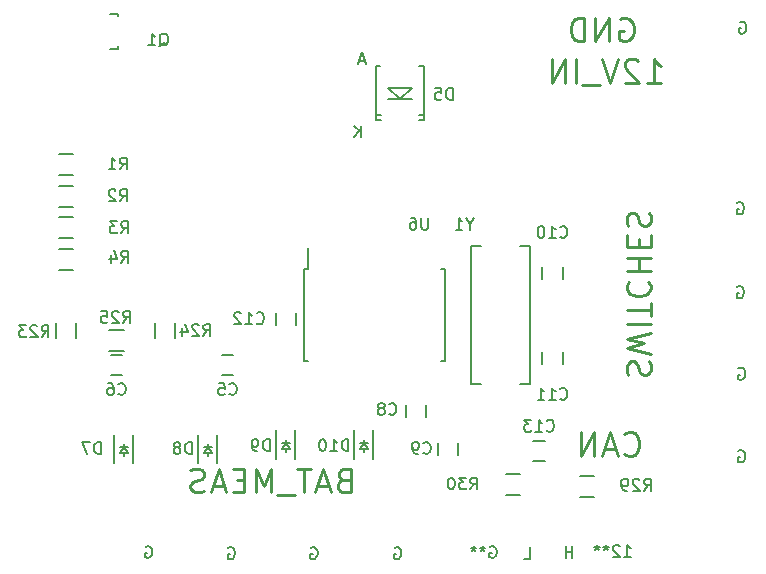
<source format=gbo>
G04 #@! TF.FileFunction,Legend,Bot*
%FSLAX46Y46*%
G04 Gerber Fmt 4.6, Leading zero omitted, Abs format (unit mm)*
G04 Created by KiCad (PCBNEW (2015-06-25 BZR 5821)-product) date Thu 25 Jun 2015 01:48:58 PM EDT*
%MOMM*%
G01*
G04 APERTURE LIST*
%ADD10C,0.200000*%
%ADD11C,0.250000*%
%ADD12C,0.150000*%
G04 APERTURE END LIST*
D10*
X42338095Y-75100000D02*
X42433333Y-75052381D01*
X42576190Y-75052381D01*
X42719048Y-75100000D01*
X42814286Y-75195238D01*
X42861905Y-75290476D01*
X42909524Y-75480952D01*
X42909524Y-75623810D01*
X42861905Y-75814286D01*
X42814286Y-75909524D01*
X42719048Y-76004762D01*
X42576190Y-76052381D01*
X42480952Y-76052381D01*
X42338095Y-76004762D01*
X42290476Y-75957143D01*
X42290476Y-75623810D01*
X42480952Y-75623810D01*
X49338095Y-75200000D02*
X49433333Y-75152381D01*
X49576190Y-75152381D01*
X49719048Y-75200000D01*
X49814286Y-75295238D01*
X49861905Y-75390476D01*
X49909524Y-75580952D01*
X49909524Y-75723810D01*
X49861905Y-75914286D01*
X49814286Y-76009524D01*
X49719048Y-76104762D01*
X49576190Y-76152381D01*
X49480952Y-76152381D01*
X49338095Y-76104762D01*
X49290476Y-76057143D01*
X49290476Y-75723810D01*
X49480952Y-75723810D01*
X56338095Y-75200000D02*
X56433333Y-75152381D01*
X56576190Y-75152381D01*
X56719048Y-75200000D01*
X56814286Y-75295238D01*
X56861905Y-75390476D01*
X56909524Y-75580952D01*
X56909524Y-75723810D01*
X56861905Y-75914286D01*
X56814286Y-76009524D01*
X56719048Y-76104762D01*
X56576190Y-76152381D01*
X56480952Y-76152381D01*
X56338095Y-76104762D01*
X56290476Y-76057143D01*
X56290476Y-75723810D01*
X56480952Y-75723810D01*
X63438095Y-75200000D02*
X63533333Y-75152381D01*
X63676190Y-75152381D01*
X63819048Y-75200000D01*
X63914286Y-75295238D01*
X63961905Y-75390476D01*
X64009524Y-75580952D01*
X64009524Y-75723810D01*
X63961905Y-75914286D01*
X63914286Y-76009524D01*
X63819048Y-76104762D01*
X63676190Y-76152381D01*
X63580952Y-76152381D01*
X63438095Y-76104762D01*
X63390476Y-76057143D01*
X63390476Y-75723810D01*
X63580952Y-75723810D01*
X82852381Y-75952381D02*
X83423810Y-75952381D01*
X83138096Y-75952381D02*
X83138096Y-74952381D01*
X83233334Y-75095238D01*
X83328572Y-75190476D01*
X83423810Y-75238095D01*
X82471429Y-75047619D02*
X82423810Y-75000000D01*
X82328572Y-74952381D01*
X82090476Y-74952381D01*
X81995238Y-75000000D01*
X81947619Y-75047619D01*
X81900000Y-75142857D01*
X81900000Y-75238095D01*
X81947619Y-75380952D01*
X82519048Y-75952381D01*
X81900000Y-75952381D01*
X81328572Y-74952381D02*
X81328572Y-75190476D01*
X81566667Y-75095238D02*
X81328572Y-75190476D01*
X81090476Y-75095238D01*
X81471429Y-75380952D02*
X81328572Y-75190476D01*
X81185714Y-75380952D01*
X80566667Y-74952381D02*
X80566667Y-75190476D01*
X80804762Y-75095238D02*
X80566667Y-75190476D01*
X80328571Y-75095238D01*
X80709524Y-75380952D02*
X80566667Y-75190476D01*
X80423809Y-75380952D01*
X78485714Y-76052381D02*
X78485714Y-75052381D01*
X78485714Y-75528571D02*
X77914285Y-75528571D01*
X77914285Y-76052381D02*
X77914285Y-75052381D01*
X74390476Y-76152381D02*
X74866667Y-76152381D01*
X74866667Y-75152381D01*
X71500000Y-75100000D02*
X71595238Y-75052381D01*
X71738095Y-75052381D01*
X71880953Y-75100000D01*
X71976191Y-75195238D01*
X72023810Y-75290476D01*
X72071429Y-75480952D01*
X72071429Y-75623810D01*
X72023810Y-75814286D01*
X71976191Y-75909524D01*
X71880953Y-76004762D01*
X71738095Y-76052381D01*
X71642857Y-76052381D01*
X71500000Y-76004762D01*
X71452381Y-75957143D01*
X71452381Y-75623810D01*
X71642857Y-75623810D01*
X70880953Y-75052381D02*
X70880953Y-75290476D01*
X71119048Y-75195238D02*
X70880953Y-75290476D01*
X70642857Y-75195238D01*
X71023810Y-75480952D02*
X70880953Y-75290476D01*
X70738095Y-75480952D01*
X70119048Y-75052381D02*
X70119048Y-75290476D01*
X70357143Y-75195238D02*
X70119048Y-75290476D01*
X69880952Y-75195238D01*
X70261905Y-75480952D02*
X70119048Y-75290476D01*
X69976190Y-75480952D01*
X92538095Y-67000000D02*
X92633333Y-66952381D01*
X92776190Y-66952381D01*
X92919048Y-67000000D01*
X93014286Y-67095238D01*
X93061905Y-67190476D01*
X93109524Y-67380952D01*
X93109524Y-67523810D01*
X93061905Y-67714286D01*
X93014286Y-67809524D01*
X92919048Y-67904762D01*
X92776190Y-67952381D01*
X92680952Y-67952381D01*
X92538095Y-67904762D01*
X92490476Y-67857143D01*
X92490476Y-67523810D01*
X92680952Y-67523810D01*
X92538095Y-60000000D02*
X92633333Y-59952381D01*
X92776190Y-59952381D01*
X92919048Y-60000000D01*
X93014286Y-60095238D01*
X93061905Y-60190476D01*
X93109524Y-60380952D01*
X93109524Y-60523810D01*
X93061905Y-60714286D01*
X93014286Y-60809524D01*
X92919048Y-60904762D01*
X92776190Y-60952381D01*
X92680952Y-60952381D01*
X92538095Y-60904762D01*
X92490476Y-60857143D01*
X92490476Y-60523810D01*
X92680952Y-60523810D01*
X92438095Y-53100000D02*
X92533333Y-53052381D01*
X92676190Y-53052381D01*
X92819048Y-53100000D01*
X92914286Y-53195238D01*
X92961905Y-53290476D01*
X93009524Y-53480952D01*
X93009524Y-53623810D01*
X92961905Y-53814286D01*
X92914286Y-53909524D01*
X92819048Y-54004762D01*
X92676190Y-54052381D01*
X92580952Y-54052381D01*
X92438095Y-54004762D01*
X92390476Y-53957143D01*
X92390476Y-53623810D01*
X92580952Y-53623810D01*
X92438095Y-46000000D02*
X92533333Y-45952381D01*
X92676190Y-45952381D01*
X92819048Y-46000000D01*
X92914286Y-46095238D01*
X92961905Y-46190476D01*
X93009524Y-46380952D01*
X93009524Y-46523810D01*
X92961905Y-46714286D01*
X92914286Y-46809524D01*
X92819048Y-46904762D01*
X92676190Y-46952381D01*
X92580952Y-46952381D01*
X92438095Y-46904762D01*
X92390476Y-46857143D01*
X92390476Y-46523810D01*
X92580952Y-46523810D01*
X92638095Y-30700000D02*
X92733333Y-30652381D01*
X92876190Y-30652381D01*
X93019048Y-30700000D01*
X93114286Y-30795238D01*
X93161905Y-30890476D01*
X93209524Y-31080952D01*
X93209524Y-31223810D01*
X93161905Y-31414286D01*
X93114286Y-31509524D01*
X93019048Y-31604762D01*
X92876190Y-31652381D01*
X92780952Y-31652381D01*
X92638095Y-31604762D01*
X92590476Y-31557143D01*
X92590476Y-31223810D01*
X92780952Y-31223810D01*
D11*
X82523809Y-30400000D02*
X82714286Y-30304762D01*
X83000000Y-30304762D01*
X83285714Y-30400000D01*
X83476190Y-30590476D01*
X83571429Y-30780952D01*
X83666667Y-31161905D01*
X83666667Y-31447619D01*
X83571429Y-31828571D01*
X83476190Y-32019048D01*
X83285714Y-32209524D01*
X83000000Y-32304762D01*
X82809524Y-32304762D01*
X82523809Y-32209524D01*
X82428571Y-32114286D01*
X82428571Y-31447619D01*
X82809524Y-31447619D01*
X81571429Y-32304762D02*
X81571429Y-30304762D01*
X80428571Y-32304762D01*
X80428571Y-30304762D01*
X79476191Y-32304762D02*
X79476191Y-30304762D01*
X79000000Y-30304762D01*
X78714286Y-30400000D01*
X78523810Y-30590476D01*
X78428571Y-30780952D01*
X78333333Y-31161905D01*
X78333333Y-31447619D01*
X78428571Y-31828571D01*
X78523810Y-32019048D01*
X78714286Y-32209524D01*
X79000000Y-32304762D01*
X79476191Y-32304762D01*
X84823809Y-35804762D02*
X85966667Y-35804762D01*
X85395238Y-35804762D02*
X85395238Y-33804762D01*
X85585714Y-34090476D01*
X85776190Y-34280952D01*
X85966667Y-34376190D01*
X84061905Y-33995238D02*
X83966667Y-33900000D01*
X83776190Y-33804762D01*
X83300000Y-33804762D01*
X83109524Y-33900000D01*
X83014286Y-33995238D01*
X82919047Y-34185714D01*
X82919047Y-34376190D01*
X83014286Y-34661905D01*
X84157143Y-35804762D01*
X82919047Y-35804762D01*
X82347619Y-33804762D02*
X81680952Y-35804762D01*
X81014285Y-33804762D01*
X80823809Y-35995238D02*
X79299999Y-35995238D01*
X78823809Y-35804762D02*
X78823809Y-33804762D01*
X77871428Y-35804762D02*
X77871428Y-33804762D01*
X76728570Y-35804762D01*
X76728570Y-33804762D01*
X83190476Y-60557143D02*
X83095238Y-60271428D01*
X83095238Y-59795238D01*
X83190476Y-59604762D01*
X83285714Y-59509524D01*
X83476190Y-59414285D01*
X83666667Y-59414285D01*
X83857143Y-59509524D01*
X83952381Y-59604762D01*
X84047619Y-59795238D01*
X84142857Y-60176190D01*
X84238095Y-60366666D01*
X84333333Y-60461905D01*
X84523810Y-60557143D01*
X84714286Y-60557143D01*
X84904762Y-60461905D01*
X85000000Y-60366666D01*
X85095238Y-60176190D01*
X85095238Y-59700000D01*
X85000000Y-59414285D01*
X85095238Y-58747619D02*
X83095238Y-58271428D01*
X84523810Y-57890476D01*
X83095238Y-57509523D01*
X85095238Y-57033333D01*
X83095238Y-56271429D02*
X85095238Y-56271429D01*
X85095238Y-55604762D02*
X85095238Y-54461905D01*
X83095238Y-55033333D02*
X85095238Y-55033333D01*
X83285714Y-52652380D02*
X83190476Y-52747618D01*
X83095238Y-53033333D01*
X83095238Y-53223809D01*
X83190476Y-53509523D01*
X83380952Y-53699999D01*
X83571429Y-53795238D01*
X83952381Y-53890476D01*
X84238095Y-53890476D01*
X84619048Y-53795238D01*
X84809524Y-53699999D01*
X85000000Y-53509523D01*
X85095238Y-53223809D01*
X85095238Y-53033333D01*
X85000000Y-52747618D01*
X84904762Y-52652380D01*
X83095238Y-51795238D02*
X85095238Y-51795238D01*
X84142857Y-51795238D02*
X84142857Y-50652380D01*
X83095238Y-50652380D02*
X85095238Y-50652380D01*
X84142857Y-49700000D02*
X84142857Y-49033333D01*
X83095238Y-48747619D02*
X83095238Y-49700000D01*
X85095238Y-49700000D01*
X85095238Y-48747619D01*
X83190476Y-47985714D02*
X83095238Y-47699999D01*
X83095238Y-47223809D01*
X83190476Y-47033333D01*
X83285714Y-46938095D01*
X83476190Y-46842856D01*
X83666667Y-46842856D01*
X83857143Y-46938095D01*
X83952381Y-47033333D01*
X84047619Y-47223809D01*
X84142857Y-47604761D01*
X84238095Y-47795237D01*
X84333333Y-47890476D01*
X84523810Y-47985714D01*
X84714286Y-47985714D01*
X84904762Y-47890476D01*
X85000000Y-47795237D01*
X85095238Y-47604761D01*
X85095238Y-47128571D01*
X85000000Y-46842856D01*
X82885714Y-67214286D02*
X82980952Y-67309524D01*
X83266667Y-67404762D01*
X83457143Y-67404762D01*
X83742857Y-67309524D01*
X83933333Y-67119048D01*
X84028572Y-66928571D01*
X84123810Y-66547619D01*
X84123810Y-66261905D01*
X84028572Y-65880952D01*
X83933333Y-65690476D01*
X83742857Y-65500000D01*
X83457143Y-65404762D01*
X83266667Y-65404762D01*
X82980952Y-65500000D01*
X82885714Y-65595238D01*
X82123810Y-66833333D02*
X81171429Y-66833333D01*
X82314286Y-67404762D02*
X81647619Y-65404762D01*
X80980952Y-67404762D01*
X80314286Y-67404762D02*
X80314286Y-65404762D01*
X79171428Y-67404762D01*
X79171428Y-65404762D01*
X59095239Y-69457143D02*
X58809525Y-69552381D01*
X58714286Y-69647619D01*
X58619048Y-69838095D01*
X58619048Y-70123810D01*
X58714286Y-70314286D01*
X58809525Y-70409524D01*
X59000001Y-70504762D01*
X59761906Y-70504762D01*
X59761906Y-68504762D01*
X59095239Y-68504762D01*
X58904763Y-68600000D01*
X58809525Y-68695238D01*
X58714286Y-68885714D01*
X58714286Y-69076190D01*
X58809525Y-69266667D01*
X58904763Y-69361905D01*
X59095239Y-69457143D01*
X59761906Y-69457143D01*
X57857144Y-69933333D02*
X56904763Y-69933333D01*
X58047620Y-70504762D02*
X57380953Y-68504762D01*
X56714286Y-70504762D01*
X56333334Y-68504762D02*
X55190477Y-68504762D01*
X55761905Y-70504762D02*
X55761905Y-68504762D01*
X55000000Y-70695238D02*
X53476190Y-70695238D01*
X53000000Y-70504762D02*
X53000000Y-68504762D01*
X52333333Y-69933333D01*
X51666666Y-68504762D01*
X51666666Y-70504762D01*
X50714286Y-69457143D02*
X50047619Y-69457143D01*
X49761905Y-70504762D02*
X50714286Y-70504762D01*
X50714286Y-68504762D01*
X49761905Y-68504762D01*
X49000000Y-69933333D02*
X48047619Y-69933333D01*
X49190476Y-70504762D02*
X48523809Y-68504762D01*
X47857142Y-70504762D01*
X47285714Y-70409524D02*
X46999999Y-70504762D01*
X46523809Y-70504762D01*
X46333333Y-70409524D01*
X46238095Y-70314286D01*
X46142856Y-70123810D01*
X46142856Y-69933333D01*
X46238095Y-69742857D01*
X46333333Y-69647619D01*
X46523809Y-69552381D01*
X46904761Y-69457143D01*
X47095237Y-69361905D01*
X47190476Y-69266667D01*
X47285714Y-69076190D01*
X47285714Y-68885714D01*
X47190476Y-68695238D01*
X47095237Y-68600000D01*
X46904761Y-68504762D01*
X46428571Y-68504762D01*
X46142856Y-68600000D01*
D12*
X80309000Y-69102000D02*
X79109000Y-69102000D01*
X79109000Y-70852000D02*
X80309000Y-70852000D01*
X74053000Y-68975000D02*
X72853000Y-68975000D01*
X72853000Y-70725000D02*
X74053000Y-70725000D01*
X55772000Y-51624000D02*
X56117000Y-51624000D01*
X55772000Y-59374000D02*
X56117000Y-59374000D01*
X67672000Y-59374000D02*
X67327000Y-59374000D01*
X67672000Y-51624000D02*
X67327000Y-51624000D01*
X55772000Y-51624000D02*
X55772000Y-59374000D01*
X67672000Y-51624000D02*
X67672000Y-59374000D01*
X56117000Y-51624000D02*
X56117000Y-49799000D01*
X75950000Y-52400000D02*
X75950000Y-51400000D01*
X77650000Y-51400000D02*
X77650000Y-52400000D01*
X49776000Y-60540000D02*
X48776000Y-60540000D01*
X48776000Y-58840000D02*
X49776000Y-58840000D01*
X40378000Y-60540000D02*
X39378000Y-60540000D01*
X39378000Y-58840000D02*
X40378000Y-58840000D01*
X64428000Y-64127000D02*
X64428000Y-63127000D01*
X66128000Y-63127000D02*
X66128000Y-64127000D01*
X68795000Y-66302000D02*
X68795000Y-67302000D01*
X67095000Y-67302000D02*
X67095000Y-66302000D01*
X77650000Y-58600000D02*
X77650000Y-59600000D01*
X75950000Y-59600000D02*
X75950000Y-58600000D01*
X55050000Y-55350000D02*
X55050000Y-56350000D01*
X53350000Y-56350000D02*
X53350000Y-55350000D01*
X75150000Y-66150000D02*
X76150000Y-66150000D01*
X76150000Y-67850000D02*
X75150000Y-67850000D01*
X63881000Y-37152580D02*
X64881760Y-36304220D01*
X64881760Y-36304220D02*
X62880240Y-36304220D01*
X62880240Y-36304220D02*
X63881000Y-37152580D01*
X63881000Y-37152580D02*
X62880240Y-37152580D01*
X63881000Y-37152580D02*
X64881760Y-37152580D01*
X62081000Y-39009320D02*
X62280800Y-39009320D01*
X62081000Y-38552280D02*
X62280000Y-38552280D01*
X62081000Y-34401760D02*
X62230000Y-34401760D01*
X65681000Y-39004240D02*
X65532000Y-39004240D01*
X65681000Y-38552280D02*
X65532000Y-38552280D01*
X65681000Y-34401760D02*
X65532000Y-34401760D01*
X61932020Y-38552280D02*
X62130140Y-38552280D01*
X65879980Y-38552280D02*
X65681860Y-38552280D01*
X61884560Y-34406840D02*
X62082680Y-34406840D01*
X61884560Y-39009320D02*
X61884560Y-34406840D01*
X61884560Y-39009320D02*
X62082680Y-39009320D01*
X65879980Y-39004240D02*
X65681860Y-39004240D01*
X65879980Y-39004240D02*
X65879980Y-34401760D01*
X65879980Y-34401760D02*
X65681860Y-34401760D01*
X40513000Y-67179000D02*
X40513000Y-67429000D01*
X40513000Y-66679000D02*
X40513000Y-66429000D01*
X40513000Y-66679000D02*
X40163000Y-67179000D01*
X40163000Y-67179000D02*
X40863000Y-67179000D01*
X40863000Y-67179000D02*
X40513000Y-66679000D01*
X40163000Y-66679000D02*
X40863000Y-66679000D01*
X41313000Y-65629000D02*
X41313000Y-68029000D01*
X39713000Y-65629000D02*
X39713000Y-68029000D01*
X47625000Y-67179000D02*
X47625000Y-67429000D01*
X47625000Y-66679000D02*
X47625000Y-66429000D01*
X47625000Y-66679000D02*
X47275000Y-67179000D01*
X47275000Y-67179000D02*
X47975000Y-67179000D01*
X47975000Y-67179000D02*
X47625000Y-66679000D01*
X47275000Y-66679000D02*
X47975000Y-66679000D01*
X48425000Y-65629000D02*
X48425000Y-68029000D01*
X46825000Y-65629000D02*
X46825000Y-68029000D01*
X54229000Y-66798000D02*
X54229000Y-67048000D01*
X54229000Y-66298000D02*
X54229000Y-66048000D01*
X54229000Y-66298000D02*
X53879000Y-66798000D01*
X53879000Y-66798000D02*
X54579000Y-66798000D01*
X54579000Y-66798000D02*
X54229000Y-66298000D01*
X53879000Y-66298000D02*
X54579000Y-66298000D01*
X55029000Y-65248000D02*
X55029000Y-67648000D01*
X53429000Y-65248000D02*
X53429000Y-67648000D01*
X60833000Y-66798000D02*
X60833000Y-67048000D01*
X60833000Y-66298000D02*
X60833000Y-66048000D01*
X60833000Y-66298000D02*
X60483000Y-66798000D01*
X60483000Y-66798000D02*
X61183000Y-66798000D01*
X61183000Y-66798000D02*
X60833000Y-66298000D01*
X60483000Y-66298000D02*
X61183000Y-66298000D01*
X61633000Y-65248000D02*
X61633000Y-67648000D01*
X60033000Y-65248000D02*
X60033000Y-67648000D01*
X39319200Y-32995820D02*
X40020240Y-32995820D01*
X40020240Y-32995820D02*
X40020240Y-32746900D01*
X40020240Y-30196840D02*
X40020240Y-29996180D01*
X40020240Y-29996180D02*
X39319200Y-29996180D01*
X36181000Y-41883000D02*
X34981000Y-41883000D01*
X34981000Y-43633000D02*
X36181000Y-43633000D01*
X36181000Y-44550000D02*
X34981000Y-44550000D01*
X34981000Y-46300000D02*
X36181000Y-46300000D01*
X36181000Y-47217000D02*
X34981000Y-47217000D01*
X34981000Y-48967000D02*
X36181000Y-48967000D01*
X36200000Y-49925000D02*
X35000000Y-49925000D01*
X35000000Y-51675000D02*
X36200000Y-51675000D01*
X36475000Y-57400000D02*
X36475000Y-56200000D01*
X34725000Y-56200000D02*
X34725000Y-57400000D01*
X44875000Y-57400000D02*
X44875000Y-56200000D01*
X43125000Y-56200000D02*
X43125000Y-57400000D01*
X40478000Y-56783000D02*
X39278000Y-56783000D01*
X39278000Y-58533000D02*
X40478000Y-58533000D01*
X74889360Y-49649380D02*
X74889360Y-61348620D01*
X69890640Y-61348620D02*
X69890640Y-49649380D01*
X74889360Y-61348620D02*
X74041000Y-61348620D01*
X69890640Y-61348620D02*
X70739000Y-61348620D01*
X74889360Y-49649380D02*
X74041000Y-49649380D01*
X69890640Y-49649380D02*
X70739000Y-49649380D01*
X84542857Y-70352381D02*
X84876191Y-69876190D01*
X85114286Y-70352381D02*
X85114286Y-69352381D01*
X84733333Y-69352381D01*
X84638095Y-69400000D01*
X84590476Y-69447619D01*
X84542857Y-69542857D01*
X84542857Y-69685714D01*
X84590476Y-69780952D01*
X84638095Y-69828571D01*
X84733333Y-69876190D01*
X85114286Y-69876190D01*
X84161905Y-69447619D02*
X84114286Y-69400000D01*
X84019048Y-69352381D01*
X83780952Y-69352381D01*
X83685714Y-69400000D01*
X83638095Y-69447619D01*
X83590476Y-69542857D01*
X83590476Y-69638095D01*
X83638095Y-69780952D01*
X84209524Y-70352381D01*
X83590476Y-70352381D01*
X83114286Y-70352381D02*
X82923810Y-70352381D01*
X82828571Y-70304762D01*
X82780952Y-70257143D01*
X82685714Y-70114286D01*
X82638095Y-69923810D01*
X82638095Y-69542857D01*
X82685714Y-69447619D01*
X82733333Y-69400000D01*
X82828571Y-69352381D01*
X83019048Y-69352381D01*
X83114286Y-69400000D01*
X83161905Y-69447619D01*
X83209524Y-69542857D01*
X83209524Y-69780952D01*
X83161905Y-69876190D01*
X83114286Y-69923810D01*
X83019048Y-69971429D01*
X82828571Y-69971429D01*
X82733333Y-69923810D01*
X82685714Y-69876190D01*
X82638095Y-69780952D01*
X69842857Y-70252381D02*
X70176191Y-69776190D01*
X70414286Y-70252381D02*
X70414286Y-69252381D01*
X70033333Y-69252381D01*
X69938095Y-69300000D01*
X69890476Y-69347619D01*
X69842857Y-69442857D01*
X69842857Y-69585714D01*
X69890476Y-69680952D01*
X69938095Y-69728571D01*
X70033333Y-69776190D01*
X70414286Y-69776190D01*
X69509524Y-69252381D02*
X68890476Y-69252381D01*
X69223810Y-69633333D01*
X69080952Y-69633333D01*
X68985714Y-69680952D01*
X68938095Y-69728571D01*
X68890476Y-69823810D01*
X68890476Y-70061905D01*
X68938095Y-70157143D01*
X68985714Y-70204762D01*
X69080952Y-70252381D01*
X69366667Y-70252381D01*
X69461905Y-70204762D01*
X69509524Y-70157143D01*
X68271429Y-69252381D02*
X68176190Y-69252381D01*
X68080952Y-69300000D01*
X68033333Y-69347619D01*
X67985714Y-69442857D01*
X67938095Y-69633333D01*
X67938095Y-69871429D01*
X67985714Y-70061905D01*
X68033333Y-70157143D01*
X68080952Y-70204762D01*
X68176190Y-70252381D01*
X68271429Y-70252381D01*
X68366667Y-70204762D01*
X68414286Y-70157143D01*
X68461905Y-70061905D01*
X68509524Y-69871429D01*
X68509524Y-69633333D01*
X68461905Y-69442857D01*
X68414286Y-69347619D01*
X68366667Y-69300000D01*
X68271429Y-69252381D01*
X66261905Y-47252381D02*
X66261905Y-48061905D01*
X66214286Y-48157143D01*
X66166667Y-48204762D01*
X66071429Y-48252381D01*
X65880952Y-48252381D01*
X65785714Y-48204762D01*
X65738095Y-48157143D01*
X65690476Y-48061905D01*
X65690476Y-47252381D01*
X64785714Y-47252381D02*
X64976191Y-47252381D01*
X65071429Y-47300000D01*
X65119048Y-47347619D01*
X65214286Y-47490476D01*
X65261905Y-47680952D01*
X65261905Y-48061905D01*
X65214286Y-48157143D01*
X65166667Y-48204762D01*
X65071429Y-48252381D01*
X64880952Y-48252381D01*
X64785714Y-48204762D01*
X64738095Y-48157143D01*
X64690476Y-48061905D01*
X64690476Y-47823810D01*
X64738095Y-47728571D01*
X64785714Y-47680952D01*
X64880952Y-47633333D01*
X65071429Y-47633333D01*
X65166667Y-47680952D01*
X65214286Y-47728571D01*
X65261905Y-47823810D01*
X77442857Y-48857143D02*
X77490476Y-48904762D01*
X77633333Y-48952381D01*
X77728571Y-48952381D01*
X77871429Y-48904762D01*
X77966667Y-48809524D01*
X78014286Y-48714286D01*
X78061905Y-48523810D01*
X78061905Y-48380952D01*
X78014286Y-48190476D01*
X77966667Y-48095238D01*
X77871429Y-48000000D01*
X77728571Y-47952381D01*
X77633333Y-47952381D01*
X77490476Y-48000000D01*
X77442857Y-48047619D01*
X76490476Y-48952381D02*
X77061905Y-48952381D01*
X76776191Y-48952381D02*
X76776191Y-47952381D01*
X76871429Y-48095238D01*
X76966667Y-48190476D01*
X77061905Y-48238095D01*
X75871429Y-47952381D02*
X75776190Y-47952381D01*
X75680952Y-48000000D01*
X75633333Y-48047619D01*
X75585714Y-48142857D01*
X75538095Y-48333333D01*
X75538095Y-48571429D01*
X75585714Y-48761905D01*
X75633333Y-48857143D01*
X75680952Y-48904762D01*
X75776190Y-48952381D01*
X75871429Y-48952381D01*
X75966667Y-48904762D01*
X76014286Y-48857143D01*
X76061905Y-48761905D01*
X76109524Y-48571429D01*
X76109524Y-48333333D01*
X76061905Y-48142857D01*
X76014286Y-48047619D01*
X75966667Y-48000000D01*
X75871429Y-47952381D01*
X49442666Y-62147143D02*
X49490285Y-62194762D01*
X49633142Y-62242381D01*
X49728380Y-62242381D01*
X49871238Y-62194762D01*
X49966476Y-62099524D01*
X50014095Y-62004286D01*
X50061714Y-61813810D01*
X50061714Y-61670952D01*
X50014095Y-61480476D01*
X49966476Y-61385238D01*
X49871238Y-61290000D01*
X49728380Y-61242381D01*
X49633142Y-61242381D01*
X49490285Y-61290000D01*
X49442666Y-61337619D01*
X48537904Y-61242381D02*
X49014095Y-61242381D01*
X49061714Y-61718571D01*
X49014095Y-61670952D01*
X48918857Y-61623333D01*
X48680761Y-61623333D01*
X48585523Y-61670952D01*
X48537904Y-61718571D01*
X48490285Y-61813810D01*
X48490285Y-62051905D01*
X48537904Y-62147143D01*
X48585523Y-62194762D01*
X48680761Y-62242381D01*
X48918857Y-62242381D01*
X49014095Y-62194762D01*
X49061714Y-62147143D01*
X40044666Y-62147143D02*
X40092285Y-62194762D01*
X40235142Y-62242381D01*
X40330380Y-62242381D01*
X40473238Y-62194762D01*
X40568476Y-62099524D01*
X40616095Y-62004286D01*
X40663714Y-61813810D01*
X40663714Y-61670952D01*
X40616095Y-61480476D01*
X40568476Y-61385238D01*
X40473238Y-61290000D01*
X40330380Y-61242381D01*
X40235142Y-61242381D01*
X40092285Y-61290000D01*
X40044666Y-61337619D01*
X39187523Y-61242381D02*
X39378000Y-61242381D01*
X39473238Y-61290000D01*
X39520857Y-61337619D01*
X39616095Y-61480476D01*
X39663714Y-61670952D01*
X39663714Y-62051905D01*
X39616095Y-62147143D01*
X39568476Y-62194762D01*
X39473238Y-62242381D01*
X39282761Y-62242381D01*
X39187523Y-62194762D01*
X39139904Y-62147143D01*
X39092285Y-62051905D01*
X39092285Y-61813810D01*
X39139904Y-61718571D01*
X39187523Y-61670952D01*
X39282761Y-61623333D01*
X39473238Y-61623333D01*
X39568476Y-61670952D01*
X39616095Y-61718571D01*
X39663714Y-61813810D01*
X62966666Y-63857143D02*
X63014285Y-63904762D01*
X63157142Y-63952381D01*
X63252380Y-63952381D01*
X63395238Y-63904762D01*
X63490476Y-63809524D01*
X63538095Y-63714286D01*
X63585714Y-63523810D01*
X63585714Y-63380952D01*
X63538095Y-63190476D01*
X63490476Y-63095238D01*
X63395238Y-63000000D01*
X63252380Y-62952381D01*
X63157142Y-62952381D01*
X63014285Y-63000000D01*
X62966666Y-63047619D01*
X62395238Y-63380952D02*
X62490476Y-63333333D01*
X62538095Y-63285714D01*
X62585714Y-63190476D01*
X62585714Y-63142857D01*
X62538095Y-63047619D01*
X62490476Y-63000000D01*
X62395238Y-62952381D01*
X62204761Y-62952381D01*
X62109523Y-63000000D01*
X62061904Y-63047619D01*
X62014285Y-63142857D01*
X62014285Y-63190476D01*
X62061904Y-63285714D01*
X62109523Y-63333333D01*
X62204761Y-63380952D01*
X62395238Y-63380952D01*
X62490476Y-63428571D01*
X62538095Y-63476190D01*
X62585714Y-63571429D01*
X62585714Y-63761905D01*
X62538095Y-63857143D01*
X62490476Y-63904762D01*
X62395238Y-63952381D01*
X62204761Y-63952381D01*
X62109523Y-63904762D01*
X62061904Y-63857143D01*
X62014285Y-63761905D01*
X62014285Y-63571429D01*
X62061904Y-63476190D01*
X62109523Y-63428571D01*
X62204761Y-63380952D01*
X65866666Y-67157143D02*
X65914285Y-67204762D01*
X66057142Y-67252381D01*
X66152380Y-67252381D01*
X66295238Y-67204762D01*
X66390476Y-67109524D01*
X66438095Y-67014286D01*
X66485714Y-66823810D01*
X66485714Y-66680952D01*
X66438095Y-66490476D01*
X66390476Y-66395238D01*
X66295238Y-66300000D01*
X66152380Y-66252381D01*
X66057142Y-66252381D01*
X65914285Y-66300000D01*
X65866666Y-66347619D01*
X65390476Y-67252381D02*
X65200000Y-67252381D01*
X65104761Y-67204762D01*
X65057142Y-67157143D01*
X64961904Y-67014286D01*
X64914285Y-66823810D01*
X64914285Y-66442857D01*
X64961904Y-66347619D01*
X65009523Y-66300000D01*
X65104761Y-66252381D01*
X65295238Y-66252381D01*
X65390476Y-66300000D01*
X65438095Y-66347619D01*
X65485714Y-66442857D01*
X65485714Y-66680952D01*
X65438095Y-66776190D01*
X65390476Y-66823810D01*
X65295238Y-66871429D01*
X65104761Y-66871429D01*
X65009523Y-66823810D01*
X64961904Y-66776190D01*
X64914285Y-66680952D01*
X77442857Y-62557143D02*
X77490476Y-62604762D01*
X77633333Y-62652381D01*
X77728571Y-62652381D01*
X77871429Y-62604762D01*
X77966667Y-62509524D01*
X78014286Y-62414286D01*
X78061905Y-62223810D01*
X78061905Y-62080952D01*
X78014286Y-61890476D01*
X77966667Y-61795238D01*
X77871429Y-61700000D01*
X77728571Y-61652381D01*
X77633333Y-61652381D01*
X77490476Y-61700000D01*
X77442857Y-61747619D01*
X76490476Y-62652381D02*
X77061905Y-62652381D01*
X76776191Y-62652381D02*
X76776191Y-61652381D01*
X76871429Y-61795238D01*
X76966667Y-61890476D01*
X77061905Y-61938095D01*
X75538095Y-62652381D02*
X76109524Y-62652381D01*
X75823810Y-62652381D02*
X75823810Y-61652381D01*
X75919048Y-61795238D01*
X76014286Y-61890476D01*
X76109524Y-61938095D01*
X51742857Y-56157143D02*
X51790476Y-56204762D01*
X51933333Y-56252381D01*
X52028571Y-56252381D01*
X52171429Y-56204762D01*
X52266667Y-56109524D01*
X52314286Y-56014286D01*
X52361905Y-55823810D01*
X52361905Y-55680952D01*
X52314286Y-55490476D01*
X52266667Y-55395238D01*
X52171429Y-55300000D01*
X52028571Y-55252381D01*
X51933333Y-55252381D01*
X51790476Y-55300000D01*
X51742857Y-55347619D01*
X50790476Y-56252381D02*
X51361905Y-56252381D01*
X51076191Y-56252381D02*
X51076191Y-55252381D01*
X51171429Y-55395238D01*
X51266667Y-55490476D01*
X51361905Y-55538095D01*
X50409524Y-55347619D02*
X50361905Y-55300000D01*
X50266667Y-55252381D01*
X50028571Y-55252381D01*
X49933333Y-55300000D01*
X49885714Y-55347619D01*
X49838095Y-55442857D01*
X49838095Y-55538095D01*
X49885714Y-55680952D01*
X50457143Y-56252381D01*
X49838095Y-56252381D01*
X76292857Y-65257143D02*
X76340476Y-65304762D01*
X76483333Y-65352381D01*
X76578571Y-65352381D01*
X76721429Y-65304762D01*
X76816667Y-65209524D01*
X76864286Y-65114286D01*
X76911905Y-64923810D01*
X76911905Y-64780952D01*
X76864286Y-64590476D01*
X76816667Y-64495238D01*
X76721429Y-64400000D01*
X76578571Y-64352381D01*
X76483333Y-64352381D01*
X76340476Y-64400000D01*
X76292857Y-64447619D01*
X75340476Y-65352381D02*
X75911905Y-65352381D01*
X75626191Y-65352381D02*
X75626191Y-64352381D01*
X75721429Y-64495238D01*
X75816667Y-64590476D01*
X75911905Y-64638095D01*
X75007143Y-64352381D02*
X74388095Y-64352381D01*
X74721429Y-64733333D01*
X74578571Y-64733333D01*
X74483333Y-64780952D01*
X74435714Y-64828571D01*
X74388095Y-64923810D01*
X74388095Y-65161905D01*
X74435714Y-65257143D01*
X74483333Y-65304762D01*
X74578571Y-65352381D01*
X74864286Y-65352381D01*
X74959524Y-65304762D01*
X75007143Y-65257143D01*
X68338095Y-37252381D02*
X68338095Y-36252381D01*
X68100000Y-36252381D01*
X67957142Y-36300000D01*
X67861904Y-36395238D01*
X67814285Y-36490476D01*
X67766666Y-36680952D01*
X67766666Y-36823810D01*
X67814285Y-37014286D01*
X67861904Y-37109524D01*
X67957142Y-37204762D01*
X68100000Y-37252381D01*
X68338095Y-37252381D01*
X66861904Y-36252381D02*
X67338095Y-36252381D01*
X67385714Y-36728571D01*
X67338095Y-36680952D01*
X67242857Y-36633333D01*
X67004761Y-36633333D01*
X66909523Y-36680952D01*
X66861904Y-36728571D01*
X66814285Y-36823810D01*
X66814285Y-37061905D01*
X66861904Y-37157143D01*
X66909523Y-37204762D01*
X67004761Y-37252381D01*
X67242857Y-37252381D01*
X67338095Y-37204762D01*
X67385714Y-37157143D01*
X60561905Y-40452381D02*
X60561905Y-39452381D01*
X59990476Y-40452381D02*
X60419048Y-39880952D01*
X59990476Y-39452381D02*
X60561905Y-40023810D01*
X60938095Y-33966667D02*
X60461904Y-33966667D01*
X61033333Y-34252381D02*
X60700000Y-33252381D01*
X60366666Y-34252381D01*
X38538095Y-67252381D02*
X38538095Y-66252381D01*
X38300000Y-66252381D01*
X38157142Y-66300000D01*
X38061904Y-66395238D01*
X38014285Y-66490476D01*
X37966666Y-66680952D01*
X37966666Y-66823810D01*
X38014285Y-67014286D01*
X38061904Y-67109524D01*
X38157142Y-67204762D01*
X38300000Y-67252381D01*
X38538095Y-67252381D01*
X37633333Y-66252381D02*
X36966666Y-66252381D01*
X37395238Y-67252381D01*
X46238095Y-67252381D02*
X46238095Y-66252381D01*
X46000000Y-66252381D01*
X45857142Y-66300000D01*
X45761904Y-66395238D01*
X45714285Y-66490476D01*
X45666666Y-66680952D01*
X45666666Y-66823810D01*
X45714285Y-67014286D01*
X45761904Y-67109524D01*
X45857142Y-67204762D01*
X46000000Y-67252381D01*
X46238095Y-67252381D01*
X45095238Y-66680952D02*
X45190476Y-66633333D01*
X45238095Y-66585714D01*
X45285714Y-66490476D01*
X45285714Y-66442857D01*
X45238095Y-66347619D01*
X45190476Y-66300000D01*
X45095238Y-66252381D01*
X44904761Y-66252381D01*
X44809523Y-66300000D01*
X44761904Y-66347619D01*
X44714285Y-66442857D01*
X44714285Y-66490476D01*
X44761904Y-66585714D01*
X44809523Y-66633333D01*
X44904761Y-66680952D01*
X45095238Y-66680952D01*
X45190476Y-66728571D01*
X45238095Y-66776190D01*
X45285714Y-66871429D01*
X45285714Y-67061905D01*
X45238095Y-67157143D01*
X45190476Y-67204762D01*
X45095238Y-67252381D01*
X44904761Y-67252381D01*
X44809523Y-67204762D01*
X44761904Y-67157143D01*
X44714285Y-67061905D01*
X44714285Y-66871429D01*
X44761904Y-66776190D01*
X44809523Y-66728571D01*
X44904761Y-66680952D01*
X52838095Y-67000381D02*
X52838095Y-66000381D01*
X52600000Y-66000381D01*
X52457142Y-66048000D01*
X52361904Y-66143238D01*
X52314285Y-66238476D01*
X52266666Y-66428952D01*
X52266666Y-66571810D01*
X52314285Y-66762286D01*
X52361904Y-66857524D01*
X52457142Y-66952762D01*
X52600000Y-67000381D01*
X52838095Y-67000381D01*
X51790476Y-67000381D02*
X51600000Y-67000381D01*
X51504761Y-66952762D01*
X51457142Y-66905143D01*
X51361904Y-66762286D01*
X51314285Y-66571810D01*
X51314285Y-66190857D01*
X51361904Y-66095619D01*
X51409523Y-66048000D01*
X51504761Y-66000381D01*
X51695238Y-66000381D01*
X51790476Y-66048000D01*
X51838095Y-66095619D01*
X51885714Y-66190857D01*
X51885714Y-66428952D01*
X51838095Y-66524190D01*
X51790476Y-66571810D01*
X51695238Y-66619429D01*
X51504761Y-66619429D01*
X51409523Y-66571810D01*
X51361904Y-66524190D01*
X51314285Y-66428952D01*
X59514286Y-67000381D02*
X59514286Y-66000381D01*
X59276191Y-66000381D01*
X59133333Y-66048000D01*
X59038095Y-66143238D01*
X58990476Y-66238476D01*
X58942857Y-66428952D01*
X58942857Y-66571810D01*
X58990476Y-66762286D01*
X59038095Y-66857524D01*
X59133333Y-66952762D01*
X59276191Y-67000381D01*
X59514286Y-67000381D01*
X57990476Y-67000381D02*
X58561905Y-67000381D01*
X58276191Y-67000381D02*
X58276191Y-66000381D01*
X58371429Y-66143238D01*
X58466667Y-66238476D01*
X58561905Y-66286095D01*
X57371429Y-66000381D02*
X57276190Y-66000381D01*
X57180952Y-66048000D01*
X57133333Y-66095619D01*
X57085714Y-66190857D01*
X57038095Y-66381333D01*
X57038095Y-66619429D01*
X57085714Y-66809905D01*
X57133333Y-66905143D01*
X57180952Y-66952762D01*
X57276190Y-67000381D01*
X57371429Y-67000381D01*
X57466667Y-66952762D01*
X57514286Y-66905143D01*
X57561905Y-66809905D01*
X57609524Y-66619429D01*
X57609524Y-66381333D01*
X57561905Y-66190857D01*
X57514286Y-66095619D01*
X57466667Y-66048000D01*
X57371429Y-66000381D01*
X43495238Y-32747619D02*
X43590476Y-32700000D01*
X43685714Y-32604762D01*
X43828571Y-32461905D01*
X43923810Y-32414286D01*
X44019048Y-32414286D01*
X43971429Y-32652381D02*
X44066667Y-32604762D01*
X44161905Y-32509524D01*
X44209524Y-32319048D01*
X44209524Y-31985714D01*
X44161905Y-31795238D01*
X44066667Y-31700000D01*
X43971429Y-31652381D01*
X43780952Y-31652381D01*
X43685714Y-31700000D01*
X43590476Y-31795238D01*
X43542857Y-31985714D01*
X43542857Y-32319048D01*
X43590476Y-32509524D01*
X43685714Y-32604762D01*
X43780952Y-32652381D01*
X43971429Y-32652381D01*
X42590476Y-32652381D02*
X43161905Y-32652381D01*
X42876191Y-32652381D02*
X42876191Y-31652381D01*
X42971429Y-31795238D01*
X43066667Y-31890476D01*
X43161905Y-31938095D01*
X40166666Y-43152381D02*
X40500000Y-42676190D01*
X40738095Y-43152381D02*
X40738095Y-42152381D01*
X40357142Y-42152381D01*
X40261904Y-42200000D01*
X40214285Y-42247619D01*
X40166666Y-42342857D01*
X40166666Y-42485714D01*
X40214285Y-42580952D01*
X40261904Y-42628571D01*
X40357142Y-42676190D01*
X40738095Y-42676190D01*
X39214285Y-43152381D02*
X39785714Y-43152381D01*
X39500000Y-43152381D02*
X39500000Y-42152381D01*
X39595238Y-42295238D01*
X39690476Y-42390476D01*
X39785714Y-42438095D01*
X40166666Y-45852381D02*
X40500000Y-45376190D01*
X40738095Y-45852381D02*
X40738095Y-44852381D01*
X40357142Y-44852381D01*
X40261904Y-44900000D01*
X40214285Y-44947619D01*
X40166666Y-45042857D01*
X40166666Y-45185714D01*
X40214285Y-45280952D01*
X40261904Y-45328571D01*
X40357142Y-45376190D01*
X40738095Y-45376190D01*
X39785714Y-44947619D02*
X39738095Y-44900000D01*
X39642857Y-44852381D01*
X39404761Y-44852381D01*
X39309523Y-44900000D01*
X39261904Y-44947619D01*
X39214285Y-45042857D01*
X39214285Y-45138095D01*
X39261904Y-45280952D01*
X39833333Y-45852381D01*
X39214285Y-45852381D01*
X40266666Y-48552381D02*
X40600000Y-48076190D01*
X40838095Y-48552381D02*
X40838095Y-47552381D01*
X40457142Y-47552381D01*
X40361904Y-47600000D01*
X40314285Y-47647619D01*
X40266666Y-47742857D01*
X40266666Y-47885714D01*
X40314285Y-47980952D01*
X40361904Y-48028571D01*
X40457142Y-48076190D01*
X40838095Y-48076190D01*
X39933333Y-47552381D02*
X39314285Y-47552381D01*
X39647619Y-47933333D01*
X39504761Y-47933333D01*
X39409523Y-47980952D01*
X39361904Y-48028571D01*
X39314285Y-48123810D01*
X39314285Y-48361905D01*
X39361904Y-48457143D01*
X39409523Y-48504762D01*
X39504761Y-48552381D01*
X39790476Y-48552381D01*
X39885714Y-48504762D01*
X39933333Y-48457143D01*
X40266666Y-51052381D02*
X40600000Y-50576190D01*
X40838095Y-51052381D02*
X40838095Y-50052381D01*
X40457142Y-50052381D01*
X40361904Y-50100000D01*
X40314285Y-50147619D01*
X40266666Y-50242857D01*
X40266666Y-50385714D01*
X40314285Y-50480952D01*
X40361904Y-50528571D01*
X40457142Y-50576190D01*
X40838095Y-50576190D01*
X39409523Y-50385714D02*
X39409523Y-51052381D01*
X39647619Y-50004762D02*
X39885714Y-50719048D01*
X39266666Y-50719048D01*
X33542857Y-57352381D02*
X33876191Y-56876190D01*
X34114286Y-57352381D02*
X34114286Y-56352381D01*
X33733333Y-56352381D01*
X33638095Y-56400000D01*
X33590476Y-56447619D01*
X33542857Y-56542857D01*
X33542857Y-56685714D01*
X33590476Y-56780952D01*
X33638095Y-56828571D01*
X33733333Y-56876190D01*
X34114286Y-56876190D01*
X33161905Y-56447619D02*
X33114286Y-56400000D01*
X33019048Y-56352381D01*
X32780952Y-56352381D01*
X32685714Y-56400000D01*
X32638095Y-56447619D01*
X32590476Y-56542857D01*
X32590476Y-56638095D01*
X32638095Y-56780952D01*
X33209524Y-57352381D01*
X32590476Y-57352381D01*
X32257143Y-56352381D02*
X31638095Y-56352381D01*
X31971429Y-56733333D01*
X31828571Y-56733333D01*
X31733333Y-56780952D01*
X31685714Y-56828571D01*
X31638095Y-56923810D01*
X31638095Y-57161905D01*
X31685714Y-57257143D01*
X31733333Y-57304762D01*
X31828571Y-57352381D01*
X32114286Y-57352381D01*
X32209524Y-57304762D01*
X32257143Y-57257143D01*
X47242857Y-57252381D02*
X47576191Y-56776190D01*
X47814286Y-57252381D02*
X47814286Y-56252381D01*
X47433333Y-56252381D01*
X47338095Y-56300000D01*
X47290476Y-56347619D01*
X47242857Y-56442857D01*
X47242857Y-56585714D01*
X47290476Y-56680952D01*
X47338095Y-56728571D01*
X47433333Y-56776190D01*
X47814286Y-56776190D01*
X46861905Y-56347619D02*
X46814286Y-56300000D01*
X46719048Y-56252381D01*
X46480952Y-56252381D01*
X46385714Y-56300000D01*
X46338095Y-56347619D01*
X46290476Y-56442857D01*
X46290476Y-56538095D01*
X46338095Y-56680952D01*
X46909524Y-57252381D01*
X46290476Y-57252381D01*
X45433333Y-56585714D02*
X45433333Y-57252381D01*
X45671429Y-56204762D02*
X45909524Y-56919048D01*
X45290476Y-56919048D01*
X40442857Y-56152381D02*
X40776191Y-55676190D01*
X41014286Y-56152381D02*
X41014286Y-55152381D01*
X40633333Y-55152381D01*
X40538095Y-55200000D01*
X40490476Y-55247619D01*
X40442857Y-55342857D01*
X40442857Y-55485714D01*
X40490476Y-55580952D01*
X40538095Y-55628571D01*
X40633333Y-55676190D01*
X41014286Y-55676190D01*
X40061905Y-55247619D02*
X40014286Y-55200000D01*
X39919048Y-55152381D01*
X39680952Y-55152381D01*
X39585714Y-55200000D01*
X39538095Y-55247619D01*
X39490476Y-55342857D01*
X39490476Y-55438095D01*
X39538095Y-55580952D01*
X40109524Y-56152381D01*
X39490476Y-56152381D01*
X38585714Y-55152381D02*
X39061905Y-55152381D01*
X39109524Y-55628571D01*
X39061905Y-55580952D01*
X38966667Y-55533333D01*
X38728571Y-55533333D01*
X38633333Y-55580952D01*
X38585714Y-55628571D01*
X38538095Y-55723810D01*
X38538095Y-55961905D01*
X38585714Y-56057143D01*
X38633333Y-56104762D01*
X38728571Y-56152381D01*
X38966667Y-56152381D01*
X39061905Y-56104762D01*
X39109524Y-56057143D01*
X69776191Y-47776190D02*
X69776191Y-48252381D01*
X70109524Y-47252381D02*
X69776191Y-47776190D01*
X69442857Y-47252381D01*
X68585714Y-48252381D02*
X69157143Y-48252381D01*
X68871429Y-48252381D02*
X68871429Y-47252381D01*
X68966667Y-47395238D01*
X69061905Y-47490476D01*
X69157143Y-47538095D01*
M02*

</source>
